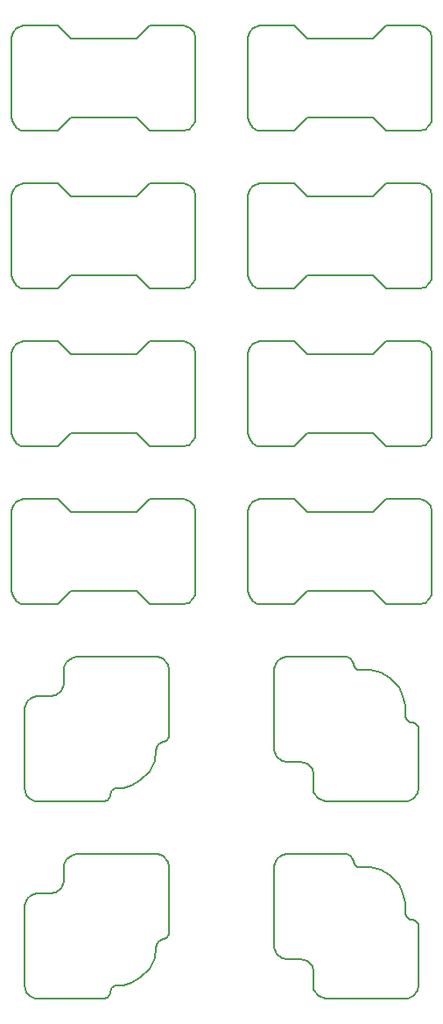
<source format=gbr>
G04 #@! TF.FileFunction,Drawing*
%FSLAX46Y46*%
G04 Gerber Fmt 4.6, Leading zero omitted, Abs format (unit mm)*
G04 Created by KiCad (PCBNEW 4.0.5) date Fri Mar 31 10:56:58 2017*
%MOMM*%
%LPD*%
G01*
G04 APERTURE LIST*
%ADD10C,0.100000*%
%ADD11C,0.200000*%
G04 APERTURE END LIST*
D10*
D11*
X90805000Y-152527000D02*
X90805000Y-152400000D01*
X90551000Y-152908000D02*
X90805000Y-152527000D01*
X90043000Y-153035000D02*
X90551000Y-152908000D01*
X89662000Y-153289000D02*
X90043000Y-153035000D01*
X89535000Y-153797000D02*
X89662000Y-153289000D01*
X89408000Y-154813000D02*
X89535000Y-153797000D01*
X88900000Y-155829000D02*
X89408000Y-154813000D01*
X88011000Y-156718000D02*
X88900000Y-155829000D01*
X87122000Y-157226000D02*
X88011000Y-156718000D01*
X86360000Y-157480000D02*
X87122000Y-157226000D01*
X90170000Y-144907000D02*
X89662000Y-144780000D01*
X90678000Y-145542000D02*
X90170000Y-144907000D01*
X90805000Y-146050000D02*
X90678000Y-145542000D01*
X90805000Y-152400000D02*
X90805000Y-146050000D01*
X85598000Y-157480000D02*
X86360000Y-157480000D01*
X85217000Y-157734000D02*
X85598000Y-157480000D01*
X85090000Y-158242000D02*
X85217000Y-157734000D01*
X84836000Y-158623000D02*
X85090000Y-158242000D01*
X84455000Y-158750000D02*
X84836000Y-158623000D01*
X77851000Y-158750000D02*
X84455000Y-158750000D01*
X77343000Y-158496000D02*
X77851000Y-158750000D01*
X76962000Y-158115000D02*
X77343000Y-158496000D01*
X76835000Y-157480000D02*
X76962000Y-158115000D01*
X76835000Y-149733000D02*
X76835000Y-157480000D01*
X77089000Y-149098000D02*
X76835000Y-149733000D01*
X77470000Y-148717000D02*
X77089000Y-149098000D01*
X77978000Y-148590000D02*
X77470000Y-148717000D01*
X79248000Y-148590000D02*
X77978000Y-148590000D01*
X79883000Y-148463000D02*
X79248000Y-148590000D01*
X80391000Y-148082000D02*
X79883000Y-148463000D01*
X80645000Y-147447000D02*
X80391000Y-148082000D01*
X80645000Y-146177000D02*
X80645000Y-147447000D01*
X80645000Y-145796000D02*
X80645000Y-146177000D01*
X80899000Y-145288000D02*
X80645000Y-145796000D01*
X81407000Y-144907000D02*
X80899000Y-145288000D01*
X81788000Y-144780000D02*
X81407000Y-144907000D01*
X89662000Y-144780000D02*
X81788000Y-144780000D01*
X113411000Y-148590000D02*
X113665000Y-149479000D01*
X113030000Y-147701000D02*
X113411000Y-148590000D01*
X113665000Y-150241000D02*
X113665000Y-150622000D01*
X113665000Y-149479000D02*
X113665000Y-150241000D01*
X113665000Y-150622000D02*
X113792000Y-150876000D01*
X108712000Y-145796000D02*
X108966000Y-146050000D01*
X108966000Y-146050000D02*
X109474000Y-146050000D01*
X110236000Y-146050000D02*
X111252000Y-146304000D01*
X109474000Y-146050000D02*
X110236000Y-146050000D01*
X112141000Y-146812000D02*
X113030000Y-147701000D01*
X111252000Y-146304000D02*
X112141000Y-146812000D01*
X113792000Y-150876000D02*
X114046000Y-151130000D01*
X114935000Y-151511000D02*
X114935000Y-151892000D01*
X114681000Y-151257000D02*
X114935000Y-151511000D01*
X114427000Y-151130000D02*
X114681000Y-151257000D01*
X114046000Y-151130000D02*
X114427000Y-151130000D01*
X105918000Y-158750000D02*
X105283000Y-158496000D01*
X104775000Y-157861000D02*
X104775000Y-157099000D01*
X105283000Y-158496000D02*
X104775000Y-157861000D01*
X104648000Y-155575000D02*
X104140000Y-155067000D01*
X104775000Y-156083000D02*
X104648000Y-155575000D01*
X104140000Y-155067000D02*
X103505000Y-154940000D01*
X104775000Y-157099000D02*
X104775000Y-156083000D01*
X114808000Y-157988000D02*
X114427000Y-158496000D01*
X114935000Y-157480000D02*
X114808000Y-157988000D01*
X114935000Y-151892000D02*
X114935000Y-157480000D01*
X114427000Y-158496000D02*
X113919000Y-158750000D01*
X113919000Y-158750000D02*
X105918000Y-158750000D01*
X108331000Y-144907000D02*
X108585000Y-145288000D01*
X107950000Y-144780000D02*
X108331000Y-144907000D01*
X102108000Y-144780000D02*
X107950000Y-144780000D01*
X108585000Y-145288000D02*
X108712000Y-145796000D01*
X101600000Y-144907000D02*
X102108000Y-144780000D01*
X103505000Y-154940000D02*
X102235000Y-154940000D01*
X100965000Y-145923000D02*
X101219000Y-145288000D01*
X100965000Y-153797000D02*
X100965000Y-145923000D01*
X101219000Y-145288000D02*
X101600000Y-144907000D01*
X101727000Y-154813000D02*
X101219000Y-154432000D01*
X102235000Y-154940000D02*
X101727000Y-154813000D01*
X101219000Y-154432000D02*
X100965000Y-153797000D01*
X103505000Y-135890000D02*
X102235000Y-135890000D01*
X104140000Y-136017000D02*
X103505000Y-135890000D01*
X104648000Y-136525000D02*
X104140000Y-136017000D01*
X104775000Y-137033000D02*
X104648000Y-136525000D01*
X104775000Y-138049000D02*
X104775000Y-137033000D01*
X104775000Y-138811000D02*
X104775000Y-138049000D01*
X105283000Y-139446000D02*
X104775000Y-138811000D01*
X105918000Y-139700000D02*
X105283000Y-139446000D01*
X113919000Y-139700000D02*
X105918000Y-139700000D01*
X114427000Y-139446000D02*
X113919000Y-139700000D01*
X114808000Y-138938000D02*
X114427000Y-139446000D01*
X114935000Y-138430000D02*
X114808000Y-138938000D01*
X114935000Y-132842000D02*
X114935000Y-138430000D01*
X114935000Y-132461000D02*
X114935000Y-132842000D01*
X114681000Y-132207000D02*
X114935000Y-132461000D01*
X114427000Y-132080000D02*
X114681000Y-132207000D01*
X114046000Y-132080000D02*
X114427000Y-132080000D01*
X113792000Y-131826000D02*
X114046000Y-132080000D01*
X113665000Y-131572000D02*
X113792000Y-131826000D01*
X113665000Y-131191000D02*
X113665000Y-131572000D01*
X113665000Y-130429000D02*
X113665000Y-131191000D01*
X113411000Y-129540000D02*
X113665000Y-130429000D01*
X113030000Y-128651000D02*
X113411000Y-129540000D01*
X112141000Y-127762000D02*
X113030000Y-128651000D01*
X111252000Y-127254000D02*
X112141000Y-127762000D01*
X110236000Y-127000000D02*
X111252000Y-127254000D01*
X109474000Y-127000000D02*
X110236000Y-127000000D01*
X108966000Y-127000000D02*
X109474000Y-127000000D01*
X108712000Y-126746000D02*
X108966000Y-127000000D01*
X108585000Y-126238000D02*
X108712000Y-126746000D01*
X108331000Y-125857000D02*
X108585000Y-126238000D01*
X107950000Y-125730000D02*
X108331000Y-125857000D01*
X102108000Y-125730000D02*
X107950000Y-125730000D01*
X101600000Y-125857000D02*
X102108000Y-125730000D01*
X101219000Y-126238000D02*
X101600000Y-125857000D01*
X100965000Y-126873000D02*
X101219000Y-126238000D01*
X100965000Y-134747000D02*
X100965000Y-126873000D01*
X101219000Y-135382000D02*
X100965000Y-134747000D01*
X101727000Y-135763000D02*
X101219000Y-135382000D01*
X102235000Y-135890000D02*
X101727000Y-135763000D01*
X90805000Y-133477000D02*
X90805000Y-133350000D01*
X90551000Y-133858000D02*
X90805000Y-133477000D01*
X90043000Y-133985000D02*
X90551000Y-133858000D01*
X89662000Y-134239000D02*
X90043000Y-133985000D01*
X89535000Y-134747000D02*
X89662000Y-134239000D01*
X89408000Y-135763000D02*
X89535000Y-134747000D01*
X88900000Y-136779000D02*
X89408000Y-135763000D01*
X88011000Y-137668000D02*
X88900000Y-136779000D01*
X87122000Y-138176000D02*
X88011000Y-137668000D01*
X86360000Y-138430000D02*
X87122000Y-138176000D01*
X85598000Y-138430000D02*
X86360000Y-138430000D01*
X85217000Y-138684000D02*
X85598000Y-138430000D01*
X85090000Y-139192000D02*
X85217000Y-138684000D01*
X84836000Y-139573000D02*
X85090000Y-139192000D01*
X84455000Y-139700000D02*
X84836000Y-139573000D01*
X77851000Y-139700000D02*
X84455000Y-139700000D01*
X77343000Y-139446000D02*
X77851000Y-139700000D01*
X76962000Y-139065000D02*
X77343000Y-139446000D01*
X76835000Y-138430000D02*
X76962000Y-139065000D01*
X76835000Y-130683000D02*
X76835000Y-138430000D01*
X77089000Y-130048000D02*
X76835000Y-130683000D01*
X77470000Y-129667000D02*
X77089000Y-130048000D01*
X77978000Y-129540000D02*
X77470000Y-129667000D01*
X79248000Y-129540000D02*
X77978000Y-129540000D01*
X79883000Y-129413000D02*
X79248000Y-129540000D01*
X80391000Y-129032000D02*
X79883000Y-129413000D01*
X80645000Y-128397000D02*
X80391000Y-129032000D01*
X80645000Y-127127000D02*
X80645000Y-128397000D01*
X80645000Y-126746000D02*
X80645000Y-127127000D01*
X80899000Y-126238000D02*
X80645000Y-126746000D01*
X81407000Y-125857000D02*
X80899000Y-126238000D01*
X81788000Y-125730000D02*
X81407000Y-125857000D01*
X89662000Y-125730000D02*
X81788000Y-125730000D01*
X90170000Y-125857000D02*
X89662000Y-125730000D01*
X90678000Y-126492000D02*
X90170000Y-125857000D01*
X90805000Y-127000000D02*
X90678000Y-126492000D01*
X90805000Y-133350000D02*
X90805000Y-127000000D01*
X92075000Y-120650000D02*
X92710000Y-120523000D01*
X88900000Y-120650000D02*
X92075000Y-120650000D01*
X87630000Y-119380000D02*
X88900000Y-120650000D01*
X87630000Y-111760000D02*
X81280000Y-111760000D01*
X88900000Y-110490000D02*
X87630000Y-111760000D01*
X92202000Y-110490000D02*
X88900000Y-110490000D01*
X92837000Y-110744000D02*
X92202000Y-110490000D01*
X81280000Y-119380000D02*
X87630000Y-119380000D01*
X75692000Y-119888000D02*
X76073000Y-120396000D01*
X75565000Y-119380000D02*
X75692000Y-119888000D01*
X76454000Y-120650000D02*
X80010000Y-120650000D01*
X76073000Y-120396000D02*
X76454000Y-120650000D01*
X80010000Y-120650000D02*
X81280000Y-119380000D01*
X75565000Y-111633000D02*
X75565000Y-119380000D01*
X76073000Y-110744000D02*
X75692000Y-111125000D01*
X80010000Y-110490000D02*
X76708000Y-110490000D01*
X76708000Y-110490000D02*
X76073000Y-110744000D01*
X75692000Y-111125000D02*
X75565000Y-111633000D01*
X81280000Y-111760000D02*
X80010000Y-110490000D01*
X93345000Y-119761000D02*
X93345000Y-119380000D01*
X92710000Y-120523000D02*
X93091000Y-120142000D01*
X93218000Y-111125000D02*
X92837000Y-110744000D01*
X93345000Y-119380000D02*
X93345000Y-111633000D01*
X93091000Y-120142000D02*
X93345000Y-119761000D01*
X93345000Y-111633000D02*
X93218000Y-111125000D01*
X92075000Y-105410000D02*
X92710000Y-105283000D01*
X88900000Y-105410000D02*
X92075000Y-105410000D01*
X87630000Y-104140000D02*
X88900000Y-105410000D01*
X87630000Y-96520000D02*
X81280000Y-96520000D01*
X88900000Y-95250000D02*
X87630000Y-96520000D01*
X92202000Y-95250000D02*
X88900000Y-95250000D01*
X92837000Y-95504000D02*
X92202000Y-95250000D01*
X81280000Y-104140000D02*
X87630000Y-104140000D01*
X75692000Y-104648000D02*
X76073000Y-105156000D01*
X75565000Y-104140000D02*
X75692000Y-104648000D01*
X76454000Y-105410000D02*
X80010000Y-105410000D01*
X76073000Y-105156000D02*
X76454000Y-105410000D01*
X80010000Y-105410000D02*
X81280000Y-104140000D01*
X75565000Y-96393000D02*
X75565000Y-104140000D01*
X76073000Y-95504000D02*
X75692000Y-95885000D01*
X80010000Y-95250000D02*
X76708000Y-95250000D01*
X76708000Y-95250000D02*
X76073000Y-95504000D01*
X75692000Y-95885000D02*
X75565000Y-96393000D01*
X81280000Y-96520000D02*
X80010000Y-95250000D01*
X93345000Y-104521000D02*
X93345000Y-104140000D01*
X92710000Y-105283000D02*
X93091000Y-104902000D01*
X93218000Y-95885000D02*
X92837000Y-95504000D01*
X93345000Y-104140000D02*
X93345000Y-96393000D01*
X93091000Y-104902000D02*
X93345000Y-104521000D01*
X93345000Y-96393000D02*
X93218000Y-95885000D01*
X92075000Y-90170000D02*
X92710000Y-90043000D01*
X88900000Y-90170000D02*
X92075000Y-90170000D01*
X87630000Y-88900000D02*
X88900000Y-90170000D01*
X87630000Y-81280000D02*
X81280000Y-81280000D01*
X88900000Y-80010000D02*
X87630000Y-81280000D01*
X92202000Y-80010000D02*
X88900000Y-80010000D01*
X92837000Y-80264000D02*
X92202000Y-80010000D01*
X81280000Y-88900000D02*
X87630000Y-88900000D01*
X75692000Y-89408000D02*
X76073000Y-89916000D01*
X75565000Y-88900000D02*
X75692000Y-89408000D01*
X76454000Y-90170000D02*
X80010000Y-90170000D01*
X76073000Y-89916000D02*
X76454000Y-90170000D01*
X80010000Y-90170000D02*
X81280000Y-88900000D01*
X75565000Y-81153000D02*
X75565000Y-88900000D01*
X76073000Y-80264000D02*
X75692000Y-80645000D01*
X80010000Y-80010000D02*
X76708000Y-80010000D01*
X76708000Y-80010000D02*
X76073000Y-80264000D01*
X75692000Y-80645000D02*
X75565000Y-81153000D01*
X81280000Y-81280000D02*
X80010000Y-80010000D01*
X93345000Y-89281000D02*
X93345000Y-88900000D01*
X92710000Y-90043000D02*
X93091000Y-89662000D01*
X93218000Y-80645000D02*
X92837000Y-80264000D01*
X93345000Y-88900000D02*
X93345000Y-81153000D01*
X93091000Y-89662000D02*
X93345000Y-89281000D01*
X93345000Y-81153000D02*
X93218000Y-80645000D01*
X115062000Y-110490000D02*
X111760000Y-110490000D01*
X115697000Y-110744000D02*
X115062000Y-110490000D01*
X116205000Y-111633000D02*
X116078000Y-111125000D01*
X116205000Y-119380000D02*
X116205000Y-111633000D01*
X116205000Y-119761000D02*
X116205000Y-119380000D01*
X116078000Y-111125000D02*
X115697000Y-110744000D01*
X115570000Y-120523000D02*
X115951000Y-120142000D01*
X114935000Y-120650000D02*
X115570000Y-120523000D01*
X111760000Y-120650000D02*
X114935000Y-120650000D01*
X115951000Y-120142000D02*
X116205000Y-119761000D01*
X111760000Y-110490000D02*
X110490000Y-111760000D01*
X110490000Y-119380000D02*
X111760000Y-120650000D01*
X104140000Y-119380000D02*
X110490000Y-119380000D01*
X110490000Y-111760000D02*
X104140000Y-111760000D01*
X98933000Y-120396000D02*
X99314000Y-120650000D01*
X98552000Y-119888000D02*
X98933000Y-120396000D01*
X102870000Y-120650000D02*
X104140000Y-119380000D01*
X98425000Y-119380000D02*
X98552000Y-119888000D01*
X99314000Y-120650000D02*
X102870000Y-120650000D01*
X98933000Y-110744000D02*
X98552000Y-111125000D01*
X98552000Y-111125000D02*
X98425000Y-111633000D01*
X104140000Y-111760000D02*
X102870000Y-110490000D01*
X102870000Y-110490000D02*
X99568000Y-110490000D01*
X99568000Y-110490000D02*
X98933000Y-110744000D01*
X98425000Y-111633000D02*
X98425000Y-119380000D01*
X115062000Y-95250000D02*
X111760000Y-95250000D01*
X115697000Y-95504000D02*
X115062000Y-95250000D01*
X116205000Y-96393000D02*
X116078000Y-95885000D01*
X116205000Y-104140000D02*
X116205000Y-96393000D01*
X116205000Y-104521000D02*
X116205000Y-104140000D01*
X116078000Y-95885000D02*
X115697000Y-95504000D01*
X115570000Y-105283000D02*
X115951000Y-104902000D01*
X114935000Y-105410000D02*
X115570000Y-105283000D01*
X111760000Y-105410000D02*
X114935000Y-105410000D01*
X115951000Y-104902000D02*
X116205000Y-104521000D01*
X111760000Y-95250000D02*
X110490000Y-96520000D01*
X110490000Y-104140000D02*
X111760000Y-105410000D01*
X104140000Y-104140000D02*
X110490000Y-104140000D01*
X110490000Y-96520000D02*
X104140000Y-96520000D01*
X98933000Y-105156000D02*
X99314000Y-105410000D01*
X98552000Y-104648000D02*
X98933000Y-105156000D01*
X102870000Y-105410000D02*
X104140000Y-104140000D01*
X98425000Y-104140000D02*
X98552000Y-104648000D01*
X99314000Y-105410000D02*
X102870000Y-105410000D01*
X98933000Y-95504000D02*
X98552000Y-95885000D01*
X98552000Y-95885000D02*
X98425000Y-96393000D01*
X104140000Y-96520000D02*
X102870000Y-95250000D01*
X102870000Y-95250000D02*
X99568000Y-95250000D01*
X99568000Y-95250000D02*
X98933000Y-95504000D01*
X98425000Y-96393000D02*
X98425000Y-104140000D01*
X115062000Y-80010000D02*
X111760000Y-80010000D01*
X115697000Y-80264000D02*
X115062000Y-80010000D01*
X116205000Y-81153000D02*
X116078000Y-80645000D01*
X116205000Y-88900000D02*
X116205000Y-81153000D01*
X116205000Y-89281000D02*
X116205000Y-88900000D01*
X116078000Y-80645000D02*
X115697000Y-80264000D01*
X115570000Y-90043000D02*
X115951000Y-89662000D01*
X114935000Y-90170000D02*
X115570000Y-90043000D01*
X111760000Y-90170000D02*
X114935000Y-90170000D01*
X115951000Y-89662000D02*
X116205000Y-89281000D01*
X111760000Y-80010000D02*
X110490000Y-81280000D01*
X110490000Y-88900000D02*
X111760000Y-90170000D01*
X104140000Y-88900000D02*
X110490000Y-88900000D01*
X110490000Y-81280000D02*
X104140000Y-81280000D01*
X98933000Y-89916000D02*
X99314000Y-90170000D01*
X98552000Y-89408000D02*
X98933000Y-89916000D01*
X102870000Y-90170000D02*
X104140000Y-88900000D01*
X98425000Y-88900000D02*
X98552000Y-89408000D01*
X99314000Y-90170000D02*
X102870000Y-90170000D01*
X98933000Y-80264000D02*
X98552000Y-80645000D01*
X98552000Y-80645000D02*
X98425000Y-81153000D01*
X104140000Y-81280000D02*
X102870000Y-80010000D01*
X102870000Y-80010000D02*
X99568000Y-80010000D01*
X99568000Y-80010000D02*
X98933000Y-80264000D01*
X98425000Y-81153000D02*
X98425000Y-88900000D01*
X115062000Y-64770000D02*
X111760000Y-64770000D01*
X115697000Y-65024000D02*
X115062000Y-64770000D01*
X116205000Y-65913000D02*
X116078000Y-65405000D01*
X116205000Y-73660000D02*
X116205000Y-65913000D01*
X116205000Y-74041000D02*
X116205000Y-73660000D01*
X116078000Y-65405000D02*
X115697000Y-65024000D01*
X115570000Y-74803000D02*
X115951000Y-74422000D01*
X114935000Y-74930000D02*
X115570000Y-74803000D01*
X111760000Y-74930000D02*
X114935000Y-74930000D01*
X115951000Y-74422000D02*
X116205000Y-74041000D01*
X111760000Y-64770000D02*
X110490000Y-66040000D01*
X110490000Y-73660000D02*
X111760000Y-74930000D01*
X104140000Y-73660000D02*
X110490000Y-73660000D01*
X110490000Y-66040000D02*
X104140000Y-66040000D01*
X98933000Y-74676000D02*
X99314000Y-74930000D01*
X98552000Y-74168000D02*
X98933000Y-74676000D01*
X102870000Y-74930000D02*
X104140000Y-73660000D01*
X98425000Y-73660000D02*
X98552000Y-74168000D01*
X99314000Y-74930000D02*
X102870000Y-74930000D01*
X98933000Y-65024000D02*
X98552000Y-65405000D01*
X98552000Y-65405000D02*
X98425000Y-65913000D01*
X104140000Y-66040000D02*
X102870000Y-64770000D01*
X102870000Y-64770000D02*
X99568000Y-64770000D01*
X99568000Y-64770000D02*
X98933000Y-65024000D01*
X98425000Y-65913000D02*
X98425000Y-73660000D01*
X87630000Y-66040000D02*
X81280000Y-66040000D01*
X88900000Y-64770000D02*
X87630000Y-66040000D01*
X92202000Y-64770000D02*
X88900000Y-64770000D01*
X92837000Y-65024000D02*
X92202000Y-64770000D01*
X93218000Y-65405000D02*
X92837000Y-65024000D01*
X93345000Y-65913000D02*
X93218000Y-65405000D01*
X93345000Y-73660000D02*
X93345000Y-65913000D01*
X93345000Y-74041000D02*
X93345000Y-73660000D01*
X93091000Y-74422000D02*
X93345000Y-74041000D01*
X92710000Y-74803000D02*
X93091000Y-74422000D01*
X92075000Y-74930000D02*
X92710000Y-74803000D01*
X88900000Y-74930000D02*
X92075000Y-74930000D01*
X87630000Y-73660000D02*
X88900000Y-74930000D01*
X81280000Y-73660000D02*
X87630000Y-73660000D01*
X80010000Y-74930000D02*
X81280000Y-73660000D01*
X76454000Y-74930000D02*
X80010000Y-74930000D01*
X76073000Y-74676000D02*
X76454000Y-74930000D01*
X75692000Y-74168000D02*
X76073000Y-74676000D01*
X75565000Y-73660000D02*
X75692000Y-74168000D01*
X75565000Y-65913000D02*
X75565000Y-73660000D01*
X75692000Y-65405000D02*
X75565000Y-65913000D01*
X76073000Y-65024000D02*
X75692000Y-65405000D01*
X76708000Y-64770000D02*
X76073000Y-65024000D01*
X80010000Y-64770000D02*
X76708000Y-64770000D01*
X81280000Y-66040000D02*
X80010000Y-64770000D01*
M02*

</source>
